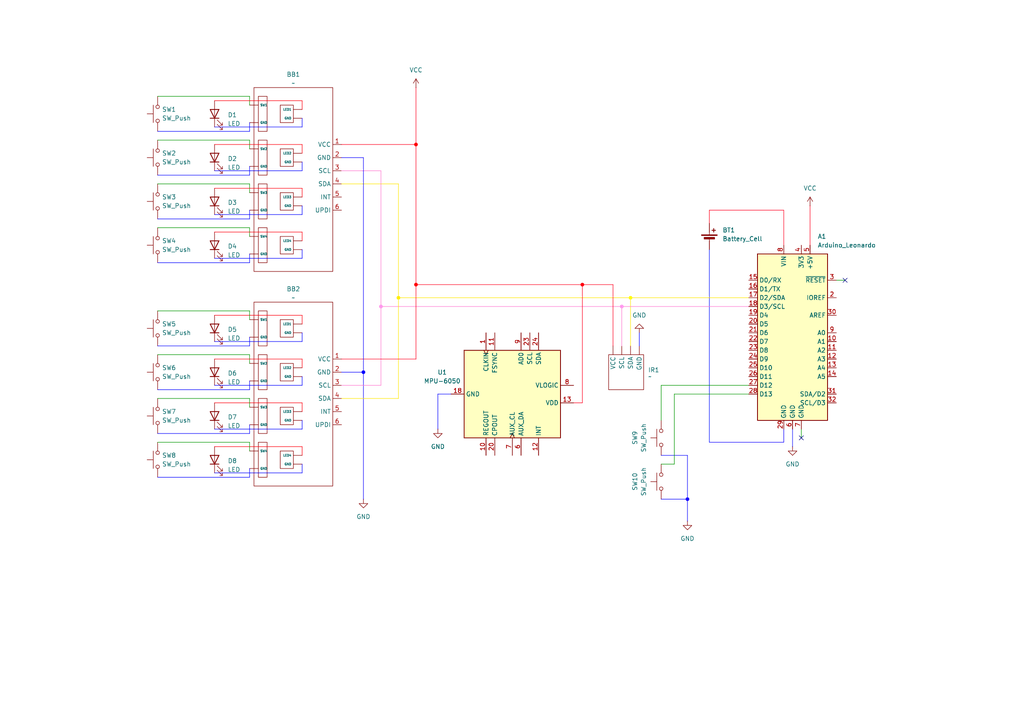
<source format=kicad_sch>
(kicad_sch (version 20231120) (generator "eeschema") (generator_version "8.0")
  (paper "A4")
  (lib_symbols
    (symbol "Device:Battery_Cell" (pin_numbers hide) (pin_names (offset 0) hide)
      (property "Reference" "BT" (at 2.54 2.54 0))
      (property "Value" "Battery_Cell" (at 2.54 0 0))
      (symbol "Battery_Cell_0_1"
        (rectangle (start -2.286 1.778) (end 2.286 1.524) (fill (type outline)))
        (rectangle (start -1.524 1.016) (end 1.524 0.508) (fill (type outline)))
        (polyline (pts (xy 0 0.762) (xy 0 0)))
        (polyline (pts (xy 0 1.778) (xy 0 2.54)))
        (polyline (pts (xy 0.762 3.048) (xy 1.778 3.048)) (stroke (width 0.254)))
        (polyline (pts (xy 1.27 3.556) (xy 1.27 2.54)) (stroke (width 0.254)))
      )
      (symbol "Battery_Cell_1_1"
        (pin passive line (at 0 5.08 270) (length 2.54) (name "+") (number "1"))
        (pin passive line (at 0 -2.54 90) (length 2.54) (name "-") (number "2"))
      )
    )
    (symbol "Device:LED" (pin_numbers hide) (pin_names (offset 1.016) hide)
      (property "Reference" "D" (at 0 2.54 0))
      (property "Value" "LED" (at 0 -2.54 0))
      (symbol "LED_0_1"
        (polyline (pts (xy -1.27 -1.27) (xy -1.27 1.27)) (stroke (width 0.254)))
        (polyline (pts (xy -1.27 0) (xy 1.27 0)))
        (polyline (pts (xy 1.27 -1.27) (xy 1.27 1.27) (xy -1.27 0) (xy 1.27 -1.27)) (stroke (width 0.254)))
        (polyline (pts (xy -3.048 -0.762) (xy -4.572 -2.286) (xy -3.81 -2.286) (xy -4.572 -2.286) (xy -4.572 -1.524)))
        (polyline (pts (xy -1.778 -0.762) (xy -3.302 -2.286) (xy -2.54 -2.286) (xy -3.302 -2.286) (xy -3.302 -1.524)))
      )
      (symbol "LED_1_1"
        (pin passive line (at -3.81 0 0) (length 2.54) (name "K") (number "1"))
        (pin passive line (at 3.81 0 180) (length 2.54) (name "A") (number "2"))
      )
    )
    (symbol "GunProject_lib:ButtonBreakout"
      (property "Reference" "BB" (at 0 -0.762 0))
      (symbol "ButtonBreakout_0_1"
        (rectangle (start -26.67 8.89) (end 26.67 -13.97))
        (rectangle (start -24.13 -10.16) (end -13.97 -12.7))
        (rectangle (start -21.59 -2.54) (end -16.51 -6.35))
        (rectangle (start -11.43 -10.16) (end -1.27 -12.7))
        (rectangle (start -8.89 -2.54) (end -3.81 -6.35))
        (rectangle (start 1.27 -10.16) (end 11.43 -12.7))
        (rectangle (start 3.81 -2.54) (end 8.89 -6.35))
        (rectangle (start 13.97 -10.16) (end 24.13 -12.7))
        (rectangle (start 16.51 -2.54) (end 21.59 -6.35))
      )
      (symbol "ButtonBreakout_1_1"
        (pin input line (at -17.78 0 270) (length 2.54) (name "GND") (number ""))
        (pin output line (at -16.51 -15.24 90) (length 2.54) (name "GND") (number ""))
        (pin input line (at -5.08 0 270) (length 2.54) (name "GND") (number ""))
        (pin output line (at -3.81 -15.24 90) (length 2.54) (name "GND") (number ""))
        (pin input line (at 7.62 0 270) (length 2.54) (name "GND") (number ""))
        (pin output line (at 8.89 -15.24 90) (length 2.54) (name "GND") (number ""))
        (pin input line (at 20.32 0 270) (length 2.54) (name "GND") (number ""))
        (pin output line (at 21.59 -15.24 90) (length 2.54) (name "GND") (number ""))
        (pin output line (at -20.32 0 270) (length 2.54) (name "LED1") (number ""))
        (pin output line (at -7.62 0 270) (length 2.54) (name "LED2") (number ""))
        (pin output line (at 5.08 0 270) (length 2.54) (name "LED3") (number ""))
        (pin output line (at 17.78 0 270) (length 2.54) (name "LED4") (number ""))
        (pin input line (at -21.59 -15.24 90) (length 2.54) (name "SW1") (number ""))
        (pin input line (at -8.89 -15.24 90) (length 2.54) (name "SW2") (number ""))
        (pin input line (at 3.81 -15.24 90) (length 2.54) (name "SW3") (number ""))
        (pin input line (at 16.51 -15.24 90) (length 2.54) (name "SW4") (number ""))
        (pin input line (at -10.16 11.43 270) (length 2.54) (name "VCC") (number "1"))
        (pin input line (at -6.35 11.43 270) (length 2.54) (name "GND") (number "2"))
        (pin bidirectional line (at -2.54 11.43 270) (length 2.54) (name "SCL") (number "3"))
        (pin bidirectional line (at 1.27 11.43 270) (length 2.54) (name "SDA") (number "4"))
        (pin output line (at 5.08 11.43 270) (length 2.54) (name "INT") (number "5"))
        (pin bidirectional line (at 8.89 11.43 270) (length 2.54) (name "UPDI") (number "6"))
      )
    )
    (symbol "GunProject_lib:IR_Camera"
      (property "Reference" "IR" (at 0 -2.794 0))
      (symbol "IR_Camera_0_1"
        (rectangle (start -5.08 3.81) (end 5.08 -6.35))
      )
      (symbol "IR_Camera_1_1"
        (pin input line (at 3.81 6.35 270) (length 2.54) (name "GND") (number ""))
        (pin input line (at -1.27 6.35 270) (length 2.54) (name "SCL") (number ""))
        (pin input line (at 1.27 6.35 270) (length 2.54) (name "SDA") (number ""))
        (pin input line (at -3.81 6.35 270) (length 2.54) (name "VCC") (number ""))
      )
    )
    (symbol "MCU_Module:Arduino_Leonardo"
      (property "Reference" "A" (at -10.16 23.495 0))
      (property "Value" "Arduino_Leonardo" (at 5.08 -26.67 0))
      (symbol "Arduino_Leonardo_0_1"
        (rectangle (start -10.16 22.86) (end 10.16 -25.4) (stroke (width 0.254)) (fill (type background)))
      )
      (symbol "Arduino_Leonardo_1_1"
        (pin no_connect line (at -10.16 -20.32 0) (length 2.54) hide (name "NC") (number "1"))
        (pin bidirectional line (at 12.7 -2.54 180) (length 2.54) (name "A1") (number "10"))
        (pin bidirectional line (at 12.7 -5.08 180) (length 2.54) (name "A2") (number "11"))
        (pin bidirectional line (at 12.7 -7.62 180) (length 2.54) (name "A3") (number "12"))
        (pin bidirectional line (at 12.7 -10.16 180) (length 2.54) (name "A4") (number "13"))
        (pin bidirectional line (at 12.7 -12.7 180) (length 2.54) (name "A5") (number "14"))
        (pin bidirectional line (at -12.7 15.24 0) (length 2.54) (name "D0/RX") (number "15"))
        (pin bidirectional line (at -12.7 12.7 0) (length 2.54) (name "D1/TX") (number "16"))
        (pin bidirectional line (at -12.7 10.16 0) (length 2.54) (name "D2/SDA") (number "17"))
        (pin bidirectional line (at -12.7 7.62 0) (length 2.54) (name "D3/SCL") (number "18"))
        (pin bidirectional line (at -12.7 5.08 0) (length 2.54) (name "D4") (number "19"))
        (pin output line (at 12.7 10.16 180) (length 2.54) (name "IOREF") (number "2"))
        (pin bidirectional line (at -12.7 2.54 0) (length 2.54) (name "D5") (number "20"))
        (pin bidirectional line (at -12.7 0 0) (length 2.54) (name "D6") (number "21"))
        (pin bidirectional line (at -12.7 -2.54 0) (length 2.54) (name "D7") (number "22"))
        (pin bidirectional line (at -12.7 -5.08 0) (length 2.54) (name "D8") (number "23"))
        (pin bidirectional line (at -12.7 -7.62 0) (length 2.54) (name "D9") (number "24"))
        (pin bidirectional line (at -12.7 -10.16 0) (length 2.54) (name "D10") (number "25"))
        (pin bidirectional line (at -12.7 -12.7 0) (length 2.54) (name "D11") (number "26"))
        (pin bidirectional line (at -12.7 -15.24 0) (length 2.54) (name "D12") (number "27"))
        (pin bidirectional line (at -12.7 -17.78 0) (length 2.54) (name "D13") (number "28"))
        (pin power_in line (at -2.54 -27.94 90) (length 2.54) (name "GND") (number "29"))
        (pin input line (at 12.7 15.24 180) (length 2.54) (name "~{RESET}") (number "3"))
        (pin input line (at 12.7 5.08 180) (length 2.54) (name "AREF") (number "30"))
        (pin bidirectional line (at 12.7 -17.78 180) (length 2.54) (name "SDA/D2") (number "31"))
        (pin bidirectional line (at 12.7 -20.32 180) (length 2.54) (name "SCL/D3") (number "32"))
        (pin power_out line (at 2.54 25.4 270) (length 2.54) (name "3V3") (number "4"))
        (pin power_out line (at 5.08 25.4 270) (length 2.54) (name "+5V") (number "5"))
        (pin power_in line (at 0 -27.94 90) (length 2.54) (name "GND") (number "6"))
        (pin power_in line (at 2.54 -27.94 90) (length 2.54) (name "GND") (number "7"))
        (pin power_in line (at -2.54 25.4 270) (length 2.54) (name "VIN") (number "8"))
        (pin bidirectional line (at 12.7 0 180) (length 2.54) (name "A0") (number "9"))
      )
    )
    (symbol "Sensor_Motion:MPU-6050"
      (property "Reference" "U" (at -11.43 13.97 0))
      (property "Value" "MPU-6050" (at 7.62 -15.24 0))
      (symbol "MPU-6050_0_0"
        (text "" (at 12.7 -2.54 0) (effects (font (size 1.27 1.27))))
      )
      (symbol "MPU-6050_0_1"
        (rectangle (start -12.7 13.97) (end 12.7 -13.97) (stroke (width 0.254)) (fill (type background)))
      )
      (symbol "MPU-6050_1_1"
        (pin input clock (at -17.78 -7.62 0) (length 5.08) (name "CLKIN") (number "1"))
        (pin passive line (at 17.78 -7.62 180) (length 5.08) (name "REGOUT") (number "10"))
        (pin input line (at -17.78 -5.08 0) (length 5.08) (name "FSYNC") (number "11"))
        (pin output line (at 17.78 7.62 180) (length 5.08) (name "INT") (number "12"))
        (pin power_in line (at 2.54 17.78 270) (length 3.81) (name "VDD") (number "13"))
        (pin no_connect line (at -12.7 -10.16 0) (length 2.54) hide (name "NC") (number "14"))
        (pin no_connect line (at 12.7 12.7 180) (length 2.54) hide (name "NC") (number "15"))
        (pin no_connect line (at 12.7 10.16 180) (length 2.54) hide (name "NC") (number "16"))
        (pin no_connect line (at 12.7 5.08 180) (length 2.54) hide (name "NC") (number "17"))
        (pin power_in line (at 0 -17.78 90) (length 3.81) (name "GND") (number "18"))
        (pin no_connect line (at 12.7 -10.16 180) (length 2.54) hide (name "RESV") (number "19"))
        (pin no_connect line (at -12.7 12.7 0) (length 2.54) hide (name "NC") (number "2"))
        (pin passive line (at 17.78 -5.08 180) (length 5.08) (name "CPOUT") (number "20"))
        (pin no_connect line (at 12.7 -2.54 180) (length 2.54) hide (name "RESV") (number "21"))
        (pin no_connect line (at 12.7 -12.7 180) (length 2.54) hide (name "RESV") (number "22"))
        (pin input line (at -17.78 5.08 0) (length 5.08) (name "SCL") (number "23"))
        (pin bidirectional line (at -17.78 7.62 0) (length 5.08) (name "SDA") (number "24"))
        (pin no_connect line (at -12.7 10.16 0) (length 2.54) hide (name "NC") (number "3"))
        (pin no_connect line (at -12.7 0 0) (length 2.54) hide (name "NC") (number "4"))
        (pin no_connect line (at -12.7 -2.54 0) (length 2.54) hide (name "NC") (number "5"))
        (pin bidirectional line (at 17.78 2.54 180) (length 5.08) (name "AUX_DA") (number "6"))
        (pin output clock (at 17.78 0 180) (length 5.08) (name "AUX_CL") (number "7"))
        (pin power_in line (at -2.54 17.78 270) (length 3.81) (name "VLOGIC") (number "8"))
        (pin input line (at -17.78 2.54 0) (length 5.08) (name "AD0") (number "9"))
      )
    )
    (symbol "Switch:SW_Push" (pin_numbers hide) (pin_names (offset 1.016) hide)
      (property "Reference" "SW" (at 1.27 2.54 0))
      (property "Value" "SW_Push" (at 0 -1.524 0))
      (symbol "SW_Push_0_1"
        (circle (center -2.032 0) (radius 0.508))
        (polyline (pts (xy 0 1.27) (xy 0 3.048)))
        (polyline (pts (xy 2.54 1.27) (xy -2.54 1.27)))
        (circle (center 2.032 0) (radius 0.508))
        (pin passive line (at -5.08 0 0) (length 2.54) (name "1") (number "1"))
        (pin passive line (at 5.08 0 180) (length 2.54) (name "2") (number "2"))
      )
    )
    (symbol "power:GND" (power) (pin_numbers hide) (pin_names (offset 0) hide)
      (property "Value" "GND" (at 0 -3.81 0))
      (symbol "GND_0_1"
        (polyline (pts (xy 0 0) (xy 0 -1.27) (xy 1.27 -1.27) (xy 0 -2.54) (xy -1.27 -1.27) (xy 0 -1.27)))
      )
      (symbol "GND_1_1"
        (pin power_in line (at 0 0 270) (length 0) (name "~") (number "1"))
      )
    )
    (symbol "power:VCC" (power) (pin_numbers hide) (pin_names (offset 0) hide)
      (property "Value" "VCC" (at 0 3.556 0))
      (symbol "VCC_0_1"
        (polyline (pts (xy -0.762 1.27) (xy 0 2.54)))
        (polyline (pts (xy 0 0) (xy 0 2.54)))
        (polyline (pts (xy 0 2.54) (xy 0.762 1.27)))
      )
      (symbol "VCC_1_1"
        (pin power_in line (at 0 0 90) (length 0) (name "~") (number "1"))
      )
    )
  )
  (junction (at 182.88 86.36) (color 255 248 13 1))
  (junction (at 105.41 107.95) (color 0 0 255 1))
  (junction (at 120.65 82.55) (color 255 0 2 1))
  (junction (at 199.39 144.78) (color 17 5 255 1))
  (junction (at 168.91 82.55) (color 255 0 9 1))
  (junction (at 180.34 88.9) (color 255 146 232 1))
  (junction (at 110.49 88.9) (color 255 146 232 1))
  (junction (at 115.57 86.36) (color 255 231 2 1))
  (junction (at 120.65 41.91) (color 255 0 2 1))
  (no_connect (at 232.41 127))
  (no_connect (at 245.11 81.28))
  (wire (pts (xy 227.33 71.12) (xy 227.33 60.96)) (stroke (width 0) (color 255 16 45 1)))
  (wire (pts (xy 87.63 121.92) (xy 87.63 124.46)) (stroke (width 0) (color 1 0 255 1)))
  (wire (pts (xy 72.39 97.79) (xy 72.39 100.33)) (stroke (width 0) (color 1 0 255 1)))
  (wire (pts (xy 72.39 90.17) (xy 45.72 90.17)))
  (wire (pts (xy 217.17 114.3) (xy 195.58 114.3)))
  (wire (pts (xy 72.39 92.71) (xy 72.39 90.17)))
  (wire (pts (xy 115.57 115.57) (xy 99.06 115.57)) (stroke (width 0) (color 255 232 0 1)))
  (wire (pts (xy 199.39 132.08) (xy 199.39 144.78)) (stroke (width 0) (color 4 0 255 1)))
  (wire (pts (xy 185.42 96.52) (xy 185.42 100.33)) (stroke (width 0) (color 0 0 255 1)))
  (wire (pts (xy 72.39 130.81) (xy 72.39 128.27)))
  (wire (pts (xy 72.39 63.5) (xy 45.72 63.5)) (stroke (width 0) (color 1 0 255 1)))
  (wire (pts (xy 87.63 104.14) (xy 62.23 104.14)) (stroke (width 0) (color 255 0 13 1)))
  (wire (pts (xy 72.39 35.56) (xy 72.39 38.1)) (stroke (width 0) (color 1 0 255 1)))
  (wire (pts (xy 72.39 113.03) (xy 45.72 113.03)) (stroke (width 0) (color 1 0 255 1)))
  (wire (pts (xy 87.63 46.99) (xy 87.63 49.53)) (stroke (width 0) (color 1 0 255 1)))
  (wire (pts (xy 227.33 128.27) (xy 205.74 128.27)) (stroke (width 0) (color 14 0 255 1)))
  (wire (pts (xy 105.41 107.95) (xy 105.41 144.78)) (stroke (width 0) (color 8 0 255 1)))
  (wire (pts (xy 180.34 88.9) (xy 110.49 88.9)) (stroke (width 0) (color 255 122 208 1)))
  (wire (pts (xy 205.74 60.96) (xy 205.74 64.77)) (stroke (width 0) (color 255 3 27 1)))
  (wire (pts (xy 205.74 72.39) (xy 205.74 128.27)) (stroke (width 0) (color 0 16 255 1)))
  (wire (pts (xy 110.49 88.9) (xy 110.49 111.76)) (stroke (width 0) (color 255 122 208 1)))
  (wire (pts (xy 72.39 66.04) (xy 45.72 66.04)))
  (wire (pts (xy 72.39 76.2) (xy 45.72 76.2)) (stroke (width 0) (color 1 0 255 1)))
  (wire (pts (xy 87.63 129.54) (xy 62.23 129.54)) (stroke (width 0) (color 255 0 13 1)))
  (wire (pts (xy 87.63 134.62) (xy 87.63 137.16)) (stroke (width 0) (color 1 0 255 1)))
  (wire (pts (xy 87.63 109.22) (xy 87.63 111.76)) (stroke (width 0) (color 1 0 255 1)))
  (wire (pts (xy 87.63 31.75) (xy 87.63 29.21)) (stroke (width 0) (color 255 0 13 1)))
  (wire (pts (xy 195.58 134.62) (xy 191.77 134.62)))
  (wire (pts (xy 105.41 45.72) (xy 105.41 107.95)) (stroke (width 0) (color 8 0 255 1)))
  (wire (pts (xy 177.8 82.55) (xy 177.8 100.33)) (stroke (width 0) (color 255 0 30 1)))
  (wire (pts (xy 87.63 34.29) (xy 87.63 36.83)) (stroke (width 0) (color 1 0 255 1)))
  (wire (pts (xy 110.49 49.53) (xy 99.06 49.53)) (stroke (width 0) (color 255 122 208 1)))
  (wire (pts (xy 168.91 82.55) (xy 168.91 116.84)) (stroke (width 0) (color 255 0 30 1)))
  (wire (pts (xy 168.91 116.84) (xy 166.37 116.84)) (stroke (width 0) (color 255 0 30 1)))
  (wire (pts (xy 87.63 99.06) (xy 62.23 99.06)) (stroke (width 0) (color 1 0 255 1)))
  (wire (pts (xy 87.63 116.84) (xy 62.23 116.84)) (stroke (width 0) (color 255 0 13 1)))
  (wire (pts (xy 87.63 67.31) (xy 62.23 67.31)) (stroke (width 0) (color 255 0 13 1)))
  (wire (pts (xy 87.63 62.23) (xy 62.23 62.23)) (stroke (width 0) (color 1 0 255 1)))
  (wire (pts (xy 229.87 124.46) (xy 229.87 129.54)) (stroke (width 0) (color 14 17 255 1)))
  (wire (pts (xy 72.39 128.27) (xy 45.72 128.27)))
  (wire (pts (xy 72.39 115.57) (xy 45.72 115.57)))
  (wire (pts (xy 120.65 41.91) (xy 120.65 82.55)) (stroke (width 0) (color 255 0 30 1)))
  (wire (pts (xy 195.58 114.3) (xy 195.58 134.62)))
  (wire (pts (xy 72.39 138.43) (xy 45.72 138.43)) (stroke (width 0) (color 1 0 255 1)))
  (wire (pts (xy 87.63 119.38) (xy 87.63 116.84)) (stroke (width 0) (color 255 0 13 1)))
  (wire (pts (xy 72.39 68.58) (xy 72.39 66.04)))
  (wire (pts (xy 99.06 45.72) (xy 105.41 45.72)) (stroke (width 0) (color 8 0 255 1)))
  (wire (pts (xy 127 114.3) (xy 127 124.46)) (stroke (width 0) (color 0 0 255 1)))
  (wire (pts (xy 227.33 124.46) (xy 227.33 128.27)) (stroke (width 0) (color 14 0 255 1)))
  (wire (pts (xy 72.39 55.88) (xy 72.39 53.34)))
  (wire (pts (xy 168.91 82.55) (xy 120.65 82.55)) (stroke (width 0) (color 255 0 30 1)))
  (wire (pts (xy 217.17 111.76) (xy 191.77 111.76)))
  (wire (pts (xy 87.63 72.39) (xy 87.63 74.93)) (stroke (width 0) (color 1 0 255 1)))
  (wire (pts (xy 227.33 60.96) (xy 205.74 60.96)) (stroke (width 0) (color 255 0 34 1)))
  (wire (pts (xy 87.63 91.44) (xy 62.23 91.44)) (stroke (width 0) (color 255 0 13 1)))
  (wire (pts (xy 72.39 38.1) (xy 45.72 38.1)) (stroke (width 0) (color 1 0 255 1)))
  (wire (pts (xy 87.63 96.52) (xy 87.63 99.06)) (stroke (width 0) (color 1 0 255 1)))
  (wire (pts (xy 72.39 30.48) (xy 72.39 27.94)))
  (wire (pts (xy 234.95 59.69) (xy 234.95 71.12)) (stroke (width 0) (color 255 0 28 1)))
  (wire (pts (xy 87.63 111.76) (xy 62.23 111.76)) (stroke (width 0) (color 1 0 255 1)))
  (wire (pts (xy 180.34 88.9) (xy 217.17 88.9)) (stroke (width 0) (color 255 122 208 1)))
  (wire (pts (xy 87.63 74.93) (xy 62.23 74.93)) (stroke (width 0) (color 1 0 255 1)))
  (wire (pts (xy 87.63 57.15) (xy 87.63 54.61)) (stroke (width 0) (color 255 0 13 1)))
  (wire (pts (xy 87.63 124.46) (xy 62.23 124.46)) (stroke (width 0) (color 1 0 255 1)))
  (wire (pts (xy 110.49 111.76) (xy 99.06 111.76)) (stroke (width 0) (color 255 122 208 1)))
  (wire (pts (xy 72.39 40.64) (xy 45.72 40.64)))
  (wire (pts (xy 72.39 73.66) (xy 72.39 76.2)) (stroke (width 0) (color 1 0 255 1)))
  (wire (pts (xy 72.39 110.49) (xy 72.39 113.03)) (stroke (width 0) (color 1 0 255 1)))
  (wire (pts (xy 72.39 118.11) (xy 72.39 115.57)))
  (wire (pts (xy 120.65 104.14) (xy 99.06 104.14)) (stroke (width 0) (color 255 0 30 1)))
  (wire (pts (xy 191.77 111.76) (xy 191.77 121.92)))
  (wire (pts (xy 242.57 81.28) (xy 245.11 81.28)))
  (wire (pts (xy 72.39 100.33) (xy 45.72 100.33)) (stroke (width 0) (color 1 0 255 1)))
  (wire (pts (xy 72.39 27.94) (xy 45.72 27.94)))
  (wire (pts (xy 72.39 60.96) (xy 72.39 63.5)) (stroke (width 0) (color 1 0 255 1)))
  (wire (pts (xy 87.63 106.68) (xy 87.63 104.14)) (stroke (width 0) (color 255 0 13 1)))
  (wire (pts (xy 182.88 86.36) (xy 217.17 86.36)) (stroke (width 0) (color 255 232 0 1)))
  (wire (pts (xy 72.39 135.89) (xy 72.39 138.43)) (stroke (width 0) (color 1 0 255 1)))
  (wire (pts (xy 191.77 144.78) (xy 199.39 144.78)) (stroke (width 0) (color 4 0 255 1)))
  (wire (pts (xy 72.39 102.87) (xy 45.72 102.87)))
  (wire (pts (xy 72.39 105.41) (xy 72.39 102.87)))
  (wire (pts (xy 120.65 41.91) (xy 99.06 41.91)) (stroke (width 0) (color 255 0 30 1)))
  (wire (pts (xy 72.39 123.19) (xy 72.39 125.73)) (stroke (width 0) (color 1 0 255 1)))
  (wire (pts (xy 87.63 36.83) (xy 62.23 36.83)) (stroke (width 0) (color 1 0 255 1)))
  (wire (pts (xy 115.57 86.36) (xy 115.57 53.34)) (stroke (width 0) (color 255 232 0 1)))
  (wire (pts (xy 232.41 124.46) (xy 232.41 127)))
  (wire (pts (xy 130.81 114.3) (xy 127 114.3)) (stroke (width 0) (color 0 0 255 1)))
  (wire (pts (xy 182.88 86.36) (xy 115.57 86.36)) (stroke (width 0) (color 255 232 0 1)))
  (wire (pts (xy 87.63 132.08) (xy 87.63 129.54)) (stroke (width 0) (color 255 0 13 1)))
  (wire (pts (xy 168.91 82.55) (xy 177.8 82.55)) (stroke (width 0) (color 255 0 30 1)))
  (wire (pts (xy 87.63 93.98) (xy 87.63 91.44)) (stroke (width 0) (color 255 0 13 1)))
  (wire (pts (xy 87.63 29.21) (xy 62.23 29.21)) (stroke (width 0) (color 255 0 13 1)))
  (wire (pts (xy 72.39 48.26) (xy 72.39 50.8)) (stroke (width 0) (color 1 0 255 1)))
  (wire (pts (xy 72.39 125.73) (xy 45.72 125.73)) (stroke (width 0) (color 1 0 255 1)))
  (wire (pts (xy 120.65 82.55) (xy 120.65 104.14)) (stroke (width 0) (color 255 0 30 1)))
  (wire (pts (xy 87.63 44.45) (xy 87.63 41.91)) (stroke (width 0) (color 255 0 13 1)))
  (wire (pts (xy 72.39 50.8) (xy 45.72 50.8)) (stroke (width 0) (color 1 0 255 1)))
  (wire (pts (xy 72.39 43.18) (xy 72.39 40.64)))
  (wire (pts (xy 110.49 88.9) (xy 110.49 49.53)) (stroke (width 0) (color 255 122 208 1)))
  (wire (pts (xy 87.63 59.69) (xy 87.63 62.23)) (stroke (width 0) (color 1 0 255 1)))
  (wire (pts (xy 99.06 107.95) (xy 105.41 107.95)) (stroke (width 0) (color 8 0 255 1)))
  (wire (pts (xy 182.88 86.36) (xy 182.88 100.33)) (stroke (width 0) (color 255 232 0 1)))
  (wire (pts (xy 180.34 88.9) (xy 180.34 100.33)) (stroke (width 0) (color 255 122 208 1)))
  (wire (pts (xy 87.63 41.91) (xy 62.23 41.91)) (stroke (width 0) (color 255 0 13 1)))
  (wire (pts (xy 115.57 53.34) (xy 99.06 53.34)) (stroke (width 0) (color 255 232 0 1)))
  (wire (pts (xy 87.63 54.61) (xy 62.23 54.61)) (stroke (width 0) (color 255 0 13 1)))
  (wire (pts (xy 120.65 25.4) (xy 120.65 41.91)) (stroke (width 0) (color 255 0 30 1)))
  (wire (pts (xy 191.77 132.08) (xy 199.39 132.08)) (stroke (width 0) (color 4 0 255 1)))
  (wire (pts (xy 87.63 49.53) (xy 62.23 49.53)) (stroke (width 0) (color 1 0 255 1)))
  (wire (pts (xy 87.63 137.16) (xy 62.23 137.16)) (stroke (width 0) (color 1 0 255 1)))
  (wire (pts (xy 72.39 53.34) (xy 45.72 53.34)))
  (wire (pts (xy 87.63 69.85) (xy 87.63 67.31)) (stroke (width 0) (color 255 0 13 1)))
  (wire (pts (xy 115.57 86.36) (xy 115.57 115.57)) (stroke (width 0) (color 255 232 0 1)))
  (wire (pts (xy 199.39 144.78) (xy 199.39 151.13)) (stroke (width 0) (color 4 0 255 1)))
  (symbol (lib_id "Device:LED") (at 62.23 107.95 90) (unit 1)
    (property "Reference" "D6" (at 66.04 108.2674 90) (effects (justify right)))
    (property "Value" "LED" (at 66.04 110.8074 90) (effects (justify right)))
    (property "Description" "Light emitting diode" (effects (hide yes)))
  )
  (symbol (lib_id "Switch:SW_Push") (at 45.72 45.72 90) (unit 1)
    (property "Reference" "SW2" (at 46.99 44.4499 90) (effects (justify right)))
    (property "Value" "SW_Push" (at 46.99 46.9899 90) (effects (justify right)))
    (property "Description" "Push button switch, generic, two pins" (effects (hide yes)))
  )
  (symbol (lib_id "Device:LED") (at 62.23 120.65 90) (unit 1)
    (property "Reference" "D7" (at 66.04 120.9674 90) (effects (justify right)))
    (property "Value" "LED" (at 66.04 123.5074 90) (effects (justify right)))
    (property "Description" "Light emitting diode" (effects (hide yes)))
  )
  (symbol (lib_id "Switch:SW_Push") (at 45.72 133.35 90) (unit 1)
    (property "Reference" "SW8" (at 46.99 132.0799 90) (effects (justify right)))
    (property "Value" "SW_Push" (at 46.99 134.6199 90) (effects (justify right)))
    (property "Description" "Push button switch, generic, two pins" (effects (hide yes)))
  )
  (symbol (lib_id "Device:LED") (at 62.23 33.02 90) (unit 1)
    (property "Reference" "D1" (at 66.04 33.3374 90) (effects (justify right)))
    (property "Value" "LED" (at 66.04 35.8774 90) (effects (justify right)))
    (property "Description" "Light emitting diode" (effects (hide yes)))
  )
  (symbol (lib_id "Switch:SW_Push") (at 45.72 33.02 90) (unit 1)
    (property "Reference" "SW1" (at 46.99 31.7499 90) (effects (justify right)))
    (property "Value" "SW_Push" (at 46.99 34.2899 90) (effects (justify right)))
    (property "Description" "Push button switch, generic, two pins" (effects (hide yes)))
  )
  (symbol (lib_id "Device:LED") (at 62.23 133.35 90) (unit 1)
    (property "Reference" "D8" (at 66.04 133.6674 90) (effects (justify right)))
    (property "Value" "LED" (at 66.04 136.2074 90) (effects (justify right)))
    (property "Description" "Light emitting diode" (effects (hide yes)))
  )
  (symbol (lib_id "Switch:SW_Push") (at 45.72 95.25 90) (unit 1)
    (property "Reference" "SW5" (at 46.99 93.9799 90) (effects (justify right)))
    (property "Value" "SW_Push" (at 46.99 96.5199 90) (effects (justify right)))
    (property "Description" "Push button switch, generic, two pins" (effects (hide yes)))
  )
  (symbol (lib_id "Device:LED") (at 62.23 58.42 90) (unit 1)
    (property "Reference" "D3" (at 66.04 58.7374 90) (effects (justify right)))
    (property "Value" "LED" (at 66.04 61.2774 90) (effects (justify right)))
    (property "Description" "Light emitting diode" (effects (hide yes)))
  )
  (symbol (lib_id "Switch:SW_Push") (at 191.77 139.7 90) (unit 1)
    (property "Reference" "SW10" (at 184.15 139.7 0))
    (property "Value" "SW_Push" (at 186.69 139.7 0))
    (property "Description" "Push button switch, generic, two pins" (effects (hide yes)))
  )
  (symbol (lib_id "Switch:SW_Push") (at 191.77 127 90) (unit 1)
    (property "Reference" "SW9" (at 184.15 127 0))
    (property "Value" "SW_Push" (at 186.69 127 0))
    (property "Description" "Push button switch, generic, two pins" (effects (hide yes)))
  )
  (symbol (lib_id "power:VCC") (at 234.95 59.69 0) (unit 1)
    (property "Reference" "#PWR01" (effects (hide yes)))
    (property "Value" "VCC" (at 234.95 54.61 0))
    (property "Description" "Power symbol creates a global label with name \"VCC\"" (effects (hide yes)))
  )
  (symbol (lib_id "Sensor_Motion:MPU-6050") (at 148.59 114.3 270) (unit 1)
    (property "Reference" "U1" (at 128.27 107.9814 90))
    (property "Value" "MPU-6050" (at 128.27 110.5214 90))
    (property "Footprint" "Sensor_Motion:InvenSense_QFN-24_4x4mm_P0.5mm" (effects (hide yes)))
    (property "Datasheet" "https://invensense.tdk.com/wp-content/uploads/2015/02/MPU-6000-Datasheet1.pdf" (effects (hide yes)))
    (property "Description" "InvenSense 6-Axis Motion Sensor, Gyroscope, Accelerometer, I2C" (effects (hide yes)))
  )
  (symbol (lib_id "Switch:SW_Push") (at 45.72 58.42 90) (unit 1)
    (property "Reference" "SW3" (at 46.99 57.1499 90) (effects (justify right)))
    (property "Value" "SW_Push" (at 46.99 59.6899 90) (effects (justify right)))
    (property "Description" "Push button switch, generic, two pins" (effects (hide yes)))
  )
  (symbol (lib_id "Switch:SW_Push") (at 45.72 71.12 90) (unit 1)
    (property "Reference" "SW4" (at 46.99 69.8499 90) (effects (justify right)))
    (property "Value" "SW_Push" (at 46.99 72.3899 90) (effects (justify right)))
    (property "Description" "Push button switch, generic, two pins" (effects (hide yes)))
  )
  (symbol (lib_id "power:GND") (at 185.42 96.52 180) (unit 1)
    (property "Reference" "#PWR04" (effects (hide yes)))
    (property "Value" "GND" (at 185.42 91.44 0))
    (property "Description" "Power symbol creates a global label with name \"GND\" , ground" (effects (hide yes)))
  )
  (symbol (lib_id "Device:LED") (at 62.23 95.25 90) (unit 1)
    (property "Reference" "D5" (at 66.04 95.5674 90) (effects (justify right)))
    (property "Value" "LED" (at 66.04 98.1074 90) (effects (justify right)))
    (property "Description" "Light emitting diode" (effects (hide yes)))
  )
  (symbol (lib_id "Device:LED") (at 62.23 45.72 90) (unit 1)
    (property "Reference" "D2" (at 66.04 46.0374 90) (effects (justify right)))
    (property "Value" "LED" (at 66.04 48.5774 90) (effects (justify right)))
    (property "Description" "Light emitting diode" (effects (hide yes)))
  )
  (symbol (lib_name "GunProject_lib:ButtonBreakout") (lib_id "GunProject_lib:ButtonBreakout") (at 87.63 114.3 270) (unit 1)
    (property "Reference" "BB2" (at 85.09 83.82 90))
    (property "Value" "~" (at 85.09 86.36 90))
  )
  (symbol (lib_id "power:GND") (at 229.87 129.54 0) (unit 1)
    (property "Reference" "#PWR02" (effects (hide yes)))
    (property "Value" "GND" (at 229.87 134.62 0))
    (property "Description" "Power symbol creates a global label with name \"GND\" , ground" (effects (hide yes)))
  )
  (symbol (lib_id "power:GND") (at 199.39 151.13 0) (unit 1)
    (property "Reference" "#PWR07" (effects (hide yes)))
    (property "Value" "GND" (at 199.39 156.21 0))
    (property "Description" "Power symbol creates a global label with name \"GND\" , ground" (effects (hide yes)))
  )
  (symbol (lib_id "MCU_Module:Arduino_Leonardo") (at 229.87 96.52 0) (unit 1)
    (property "Reference" "A1" (at 237.1441 68.58 0) (effects (justify left)))
    (property "Value" "Arduino_Leonardo" (at 237.1441 71.12 0) (effects (justify left)))
    (property "Footprint" "Module:Arduino_UNO_R3" (effects (hide yes)))
    (property "Datasheet" "https://www.arduino.cc/en/Main/ArduinoBoardLeonardo" (effects (hide yes)))
    (property "Description" "Arduino LEONARDO Microcontroller Module" (effects (hide yes)))
  )
  (symbol (lib_id "power:GND") (at 127 124.46 0) (unit 1)
    (property "Reference" "#PWR03" (effects (hide yes)))
    (property "Value" "GND" (at 127 129.54 0))
    (property "Description" "Power symbol creates a global label with name \"GND\" , ground" (effects (hide yes)))
  )
  (symbol (lib_id "GunProject_lib:IR_Camera") (at 181.61 106.68 0) (unit 1)
    (property "Reference" "IR1" (at 187.96 107.3149 0) (effects (justify left)))
    (property "Value" "~" (at 187.96 109.22 0) (effects (justify left)))
  )
  (symbol (lib_id "GunProject_lib:ButtonBreakout") (at 87.63 52.07 270) (unit 1)
    (property "Reference" "BB1" (at 85.09 21.59 90))
    (property "Value" "~" (at 85.09 24.13 90))
  )
  (symbol (lib_id "Device:LED") (at 62.23 71.12 90) (unit 1)
    (property "Reference" "D4" (at 66.04 71.4374 90) (effects (justify right)))
    (property "Value" "LED" (at 66.04 73.9774 90) (effects (justify right)))
    (property "Description" "Light emitting diode" (effects (hide yes)))
  )
  (symbol (lib_id "power:VCC") (at 120.65 25.4 0) (unit 1)
    (property "Reference" "#PWR05" (effects (hide yes)))
    (property "Value" "VCC" (at 120.65 20.32 0))
    (property "Description" "Power symbol creates a global label with name \"VCC\"" (effects (hide yes)))
  )
  (symbol (lib_id "Switch:SW_Push") (at 45.72 120.65 90) (unit 1)
    (property "Reference" "SW7" (at 46.99 119.3799 90) (effects (justify right)))
    (property "Value" "SW_Push" (at 46.99 121.9199 90) (effects (justify right)))
    (property "Description" "Push button switch, generic, two pins" (effects (hide yes)))
  )
  (symbol (lib_id "Switch:SW_Push") (at 45.72 107.95 90) (unit 1)
    (property "Reference" "SW6" (at 46.99 106.6799 90) (effects (justify right)))
    (property "Value" "SW_Push" (at 46.99 109.2199 90) (effects (justify right)))
    (property "Description" "Push button switch, generic, two pins" (effects (hide yes)))
  )
  (symbol (lib_id "power:GND") (at 105.41 144.78 0) (unit 1)
    (property "Reference" "#PWR06" (effects (hide yes)))
    (property "Value" "GND" (at 105.41 149.86 0))
    (property "Description" "Power symbol creates a global label with name \"GND\" , ground" (effects (hide yes)))
  )
  (symbol (lib_id "Device:Battery_Cell") (at 205.74 69.85 0) (unit 1)
    (property "Reference" "BT1" (at 209.55 66.7384 0) (effects (justify left)))
    (property "Value" "Battery_Cell" (at 209.55 69.2784 0) (effects (justify left)))
    (property "Description" "Single-cell battery" (effects (hide yes)))
  )
)
</source>
